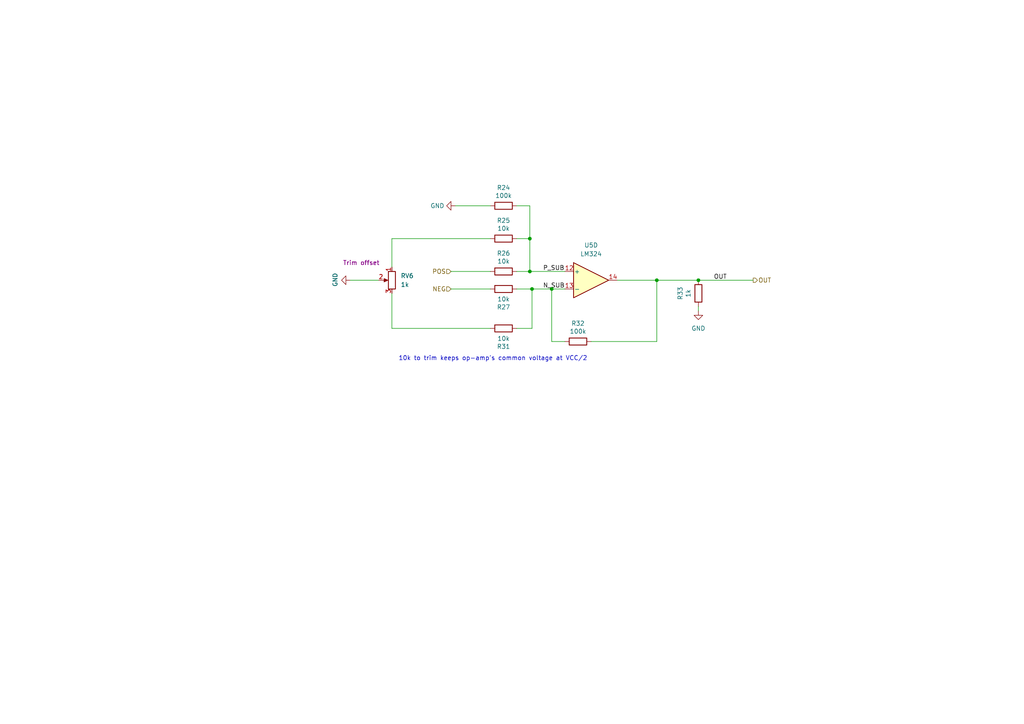
<source format=kicad_sch>
(kicad_sch (version 20231120) (generator "eeschema") (generator_version "8.0")
  (paper "A4")
  (lib_symbols
    (symbol "Amplifier_Operational:LM324" (pin_names (offset 0.127))
      (property "Reference" "U" (at 0 5.08 0))
      (property "Value" "LM324" (at 0 -5.08 0))
      (symbol "LM324_1_1"
        (polyline (pts (xy -5.08 5.08) (xy 5.08 0) (xy -5.08 -5.08) (xy -5.08 5.08)) (stroke (width 0.254)) (fill (type background)))
        (pin output line (at 7.62 0 180) (length 2.54) (name "~") (number "1"))
        (pin input line (at -7.62 -2.54 0) (length 2.54) (name "-") (number "2"))
        (pin input line (at -7.62 2.54 0) (length 2.54) (name "+") (number "3"))
      )
      (symbol "LM324_2_1"
        (polyline (pts (xy -5.08 5.08) (xy 5.08 0) (xy -5.08 -5.08) (xy -5.08 5.08)) (stroke (width 0.254)) (fill (type background)))
        (pin input line (at -7.62 2.54 0) (length 2.54) (name "+") (number "5"))
        (pin input line (at -7.62 -2.54 0) (length 2.54) (name "-") (number "6"))
        (pin output line (at 7.62 0 180) (length 2.54) (name "~") (number "7"))
      )
      (symbol "LM324_3_1"
        (polyline (pts (xy -5.08 5.08) (xy 5.08 0) (xy -5.08 -5.08) (xy -5.08 5.08)) (stroke (width 0.254)) (fill (type background)))
        (pin input line (at -7.62 2.54 0) (length 2.54) (name "+") (number "10"))
        (pin output line (at 7.62 0 180) (length 2.54) (name "~") (number "8"))
        (pin input line (at -7.62 -2.54 0) (length 2.54) (name "-") (number "9"))
      )
      (symbol "LM324_4_1"
        (polyline (pts (xy -5.08 5.08) (xy 5.08 0) (xy -5.08 -5.08) (xy -5.08 5.08)) (stroke (width 0.254)) (fill (type background)))
        (pin input line (at -7.62 2.54 0) (length 2.54) (name "+") (number "12"))
        (pin input line (at -7.62 -2.54 0) (length 2.54) (name "-") (number "13"))
        (pin output line (at 7.62 0 180) (length 2.54) (name "~") (number "14"))
      )
      (symbol "LM324_5_1"
        (pin power_in line (at -2.54 -7.62 90) (length 3.81) (name "V-") (number "11"))
        (pin power_in line (at -2.54 7.62 270) (length 3.81) (name "V+") (number "4"))
      )
    )
    (symbol "Device:R" (pin_numbers hide) (pin_names (offset 0))
      (property "Reference" "R" (at 2.032 0 90))
      (property "Value" "R" (at 0 0 90))
      (symbol "R_0_1"
        (rectangle (start -1.016 -2.54) (end 1.016 2.54) (stroke (width 0.254)))
      )
      (symbol "R_1_1"
        (pin passive line (at 0 3.81 270) (length 1.27) (name "~") (number "1"))
        (pin passive line (at 0 -3.81 90) (length 1.27) (name "~") (number "2"))
      )
    )
    (symbol "Device:R_Potentiometer" (pin_names (offset 1.016) hide)
      (property "Reference" "RV" (at -4.445 0 90))
      (property "Value" "R_Potentiometer" (at -2.54 0 90))
      (symbol "R_Potentiometer_0_1"
        (polyline (pts (xy 2.54 0) (xy 1.524 0)))
        (polyline (pts (xy 1.143 0) (xy 2.286 0.508) (xy 2.286 -0.508) (xy 1.143 0)) (fill (type outline)))
        (rectangle (start 1.016 2.54) (end -1.016 -2.54) (stroke (width 0.254)))
      )
      (symbol "R_Potentiometer_1_1"
        (pin passive line (at 0 3.81 270) (length 1.27) (name "1") (number "1"))
        (pin passive line (at 3.81 0 180) (length 1.27) (name "2") (number "2"))
        (pin passive line (at 0 -3.81 90) (length 1.27) (name "3") (number "3"))
      )
    )
    (symbol "power:GND" (power) (pin_names (offset 0))
      (property "Value" "GND" (at 0 -3.81 0))
      (symbol "GND_0_1"
        (polyline (pts (xy 0 0) (xy 0 -1.27) (xy 1.27 -1.27) (xy 0 -2.54) (xy -1.27 -1.27) (xy 0 -1.27)))
      )
      (symbol "GND_1_1"
        (pin power_in line (at 0 0 270) (length 0) hide (name "GND") (number "1"))
      )
    )
  )
  (junction (at 202.565 81.28))
  (junction (at 153.67 78.74))
  (junction (at 190.5 81.28))
  (junction (at 153.67 69.215))
  (junction (at 154.305 83.82))
  (junction (at 160.02 83.82))
  (wire (pts (xy 160.02 83.82) (xy 160.02 99.06)))
  (wire (pts (xy 153.67 78.74) (xy 149.86 78.74)))
  (wire (pts (xy 202.565 81.28) (xy 218.44 81.28)))
  (wire (pts (xy 149.86 59.69) (xy 153.67 59.69)))
  (wire (pts (xy 190.5 81.28) (xy 202.565 81.28)))
  (wire (pts (xy 130.81 78.74) (xy 142.24 78.74)))
  (wire (pts (xy 153.67 69.215) (xy 153.67 78.74)))
  (wire (pts (xy 149.86 95.25) (xy 154.305 95.25)))
  (wire (pts (xy 154.305 83.82) (xy 160.02 83.82)))
  (wire (pts (xy 160.02 99.06) (xy 163.83 99.06)))
  (wire (pts (xy 113.665 69.215) (xy 142.24 69.215)))
  (wire (pts (xy 179.07 81.28) (xy 190.5 81.28)))
  (wire (pts (xy 113.665 69.215) (xy 113.665 77.47)))
  (wire (pts (xy 149.86 83.82) (xy 154.305 83.82)))
  (wire (pts (xy 153.67 78.74) (xy 163.83 78.74)))
  (wire (pts (xy 190.5 99.06) (xy 190.5 81.28)))
  (wire (pts (xy 132.08 59.69) (xy 142.24 59.69)))
  (wire (pts (xy 160.02 83.82) (xy 163.83 83.82)))
  (wire (pts (xy 171.45 99.06) (xy 190.5 99.06)))
  (wire (pts (xy 101.6 81.28) (xy 109.855 81.28)))
  (wire (pts (xy 153.67 59.69) (xy 153.67 69.215)))
  (wire (pts (xy 149.86 69.215) (xy 153.67 69.215)))
  (wire (pts (xy 130.81 83.82) (xy 142.24 83.82)))
  (wire (pts (xy 202.565 88.9) (xy 202.565 90.17)))
  (wire (pts (xy 154.305 95.25) (xy 154.305 83.82)))
  (wire (pts (xy 113.665 95.25) (xy 142.24 95.25)))
  (wire (pts (xy 113.665 85.09) (xy 113.665 95.25)))
  (text "10k to trim keeps op-amp's common voltage at VCC/2" (at 115.57 104.775 0) (effects (font (size 1.27 1.27)) (justify left bottom)))
  (label "P_SUB" (at 157.48 78.74 0))
  (label "OUT" (at 207.01 81.28 0))
  (label "N_SUB" (at 157.48 83.82 0))
  (hierarchical_label "NEG" (shape input) (at 130.81 83.82 180))
  (hierarchical_label "POS" (shape input) (at 130.81 78.74 180))
  (hierarchical_label "OUT" (shape output) (at 218.44 81.28 0))
  (symbol (lib_id "power:GND") (at 132.08 59.69 270) (unit 1)
    (property "Reference" "#PWR049" (effects (hide yes)))
    (property "Value" "GND" (at 128.905 59.6899 90) (effects (justify right)))
    (instances (project "" (path "" (reference "#PWR049") (unit 1)) (path "" (reference "#PWR0101") (unit 1)) (path "" (reference "#PWR036") (unit 1)) (path "" (reference "#PWR062") (unit 1))))
  )
  (symbol (lib_id "Amplifier_Operational:LM324") (at 171.45 81.28 0) (unit 4)
    (property "Reference" "U5" (at 171.45 71.12 0))
    (property "Value" "LM324" (at 171.45 73.66 0))
    (property "Footprint" "Package_DIP:DIP-14_W7.62mm" (effects (hide yes)))
    (property "Datasheet" "http://www.ti.com/lit/ds/symlink/lm2902-n.pdf" (effects (hide yes)))
    (instances (project "" (path "" (reference "U5") (unit 4)) (path "" (reference "U1") (unit 4)) (path "" (reference "U1") (unit 3)) (path "" (reference "U5") (unit 3))))
  )
  (symbol (lib_id "Device:R") (at 146.05 95.25 270) (mirror x) (unit 1)
    (property "Reference" "R31" (at 146.05 100.5078 90))
    (property "Value" "10k" (at 146.05 98.1964 90))
    (property "Footprint" "For_Rasterboard:R_Axial_DIN0207_L6.3mm_D2.5mm_P15.24mm_Horizontal" (effects (hide yes)))
    (instances (project "" (path "" (reference "R31") (unit 1)) (path "" (reference "R29") (unit 1)) (path "" (reference "R17") (unit 1)) (path "" (reference "R42") (unit 1))))
  )
  (symbol (lib_id "Device:R_Potentiometer") (at 113.665 81.28 0) (mirror y) (unit 1)
    (property "Reference" "RV6" (at 116.205 80.0099 0) (effects (justify right)))
    (property "Value" "1k" (at 116.205 82.5499 0) (effects (justify right)))
    (property "Footprint" "Potentiometer_THT:Potentiometer_Piher_PT-10-V10_Vertical" (effects (hide yes)))
    (property "Comment" "Trim offset" (at 104.775 76.2 0))
    (instances (project "" (path "" (reference "RV6") (unit 1)) (path "" (reference "RV5") (unit 1)) (path "" (reference "RV3") (unit 1)) (path "" (reference "RV8") (unit 1))))
  )
  (symbol (lib_id "power:GND") (at 101.6 81.28 270) (mirror x) (unit 1)
    (property "Reference" "#PWR048" (effects (hide yes)))
    (property "Value" "GND" (at 97.2058 81.153 0))
    (instances (project "" (path "" (reference "#PWR048") (unit 1)) (path "" (reference "#PWR015") (unit 1)) (path "" (reference "#PWR035") (unit 1)) (path "" (reference "#PWR061") (unit 1))))
  )
  (symbol (lib_id "power:GND") (at 202.565 90.17 0) (unit 1)
    (property "Reference" "#PWR050" (effects (hide yes)))
    (property "Value" "GND" (at 202.565 95.25 0))
    (instances (project "" (path "" (reference "#PWR050") (unit 1)) (path "" (reference "#PWR030") (unit 1)) (path "" (reference "#PWR037") (unit 1)) (path "" (reference "#PWR063") (unit 1))))
  )
  (symbol (lib_id "Device:R") (at 146.05 69.215 90) (mirror x) (unit 1)
    (property "Reference" "R25" (at 146.05 63.9572 90))
    (property "Value" "10k" (at 146.05 66.2686 90))
    (property "Footprint" "For_Rasterboard:R_Axial_DIN0207_L6.3mm_D2.5mm_P17.78mm_Horizontal" (effects (hide yes)))
    (instances (project "" (path "" (reference "R25") (unit 1)) (path "" (reference "R28") (unit 1)) (path "" (reference "R14") (unit 1)) (path "" (reference "R39") (unit 1))))
  )
  (symbol (lib_id "Device:R") (at 202.565 85.09 0) (unit 1)
    (property "Reference" "R33" (at 197.3072 85.09 90))
    (property "Value" "1k" (at 199.6186 85.09 90))
    (property "Footprint" "For_Rasterboard:R_Axial_DIN0207_L6.3mm_D2.5mm_P2.54mm_Vertical" (effects (hide yes)))
    (instances (project "" (path "" (reference "R33") (unit 1)) (path "" (reference "R30") (unit 1)) (path "" (reference "R19") (unit 1)) (path "" (reference "R44") (unit 1))))
  )
  (symbol (lib_id "Device:R") (at 146.05 83.82 270) (mirror x) (unit 1)
    (property "Reference" "R27" (at 146.05 89.0778 90))
    (property "Value" "10k" (at 146.05 86.7664 90))
    (property "Footprint" "For_Rasterboard:R_Axial_DIN0207_L6.3mm_D2.5mm_P7.62mm_Horizontal" (effects (hide yes)))
    (instances (project "" (path "" (reference "R27") (unit 1)) (path "" (reference "R5") (unit 1)) (path "" (reference "R16") (unit 1)) (path "" (reference "R41") (unit 1))))
  )
  (symbol (lib_id "Device:R") (at 167.64 99.06 270) (unit 1)
    (property "Reference" "R32" (at 167.64 93.8022 90))
    (property "Value" "100k" (at 167.64 96.1136 90))
    (property "Footprint" "For_Rasterboard:R_Axial_DIN0207_L6.3mm_D2.5mm_P2.54mm_Vertical" (effects (hide yes)))
    (instances (project "" (path "" (reference "R32") (unit 1)) (path "" (reference "R6") (unit 1)) (path "" (reference "R18") (unit 1)) (path "" (reference "R43") (unit 1))))
  )
  (symbol (lib_id "Device:R") (at 146.05 59.69 90) (mirror x) (unit 1)
    (property "Reference" "R24" (at 146.05 54.4322 90))
    (property "Value" "100k" (at 146.05 56.7436 90))
    (property "Footprint" "For_Rasterboard:R_Axial_DIN0207_L6.3mm_D2.5mm_P7.62mm_Horizontal" (effects (hide yes)))
    (instances (project "" (path "" (reference "R24") (unit 1)) (path "" (reference "R3") (unit 1)) (path "" (reference "R13") (unit 1)) (path "" (reference "R38") (unit 1))))
  )
  (symbol (lib_id "Device:R") (at 146.05 78.74 90) (mirror x) (unit 1)
    (property "Reference" "R26" (at 146.05 73.4822 90))
    (property "Value" "10k" (at 146.05 75.7936 90))
    (property "Footprint" "For_Rasterboard:R_Axial_DIN0207_L6.3mm_D2.5mm_P2.54mm_Vertical" (effects (hide yes)))
    (instances (project "" (path "" (reference "R26") (unit 1)) (path "" (reference "R4") (unit 1)) (path "" (reference "R15") (unit 1)) (path "" (reference "R40") (unit 1))))
  )
)
</source>
